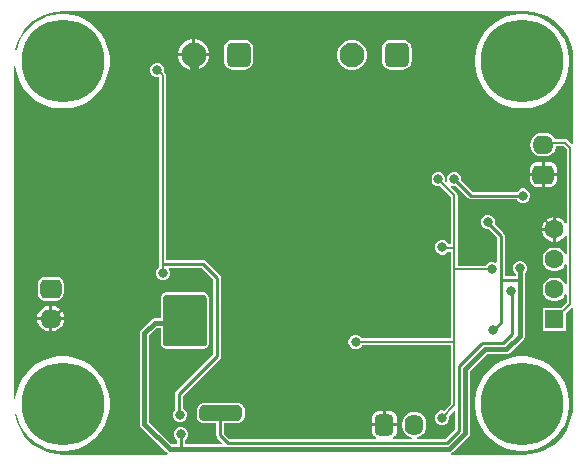
<source format=gbl>
G04*
G04 #@! TF.GenerationSoftware,Altium Limited,Altium Designer,21.3.2 (30)*
G04*
G04 Layer_Physical_Order=2*
G04 Layer_Color=16711680*
%FSTAX25Y25*%
%MOIN*%
G70*
G04*
G04 #@! TF.SameCoordinates,A5ECCF02-3B51-4883-8FBB-CF9BCB37C224*
G04*
G04*
G04 #@! TF.FilePolarity,Positive*
G04*
G01*
G75*
%ADD13C,0.01000*%
%ADD15C,0.00800*%
%ADD62C,0.01500*%
%ADD63C,0.03000*%
G04:AMPARAMS|DCode=64|XSize=82.68mil|YSize=82.68mil|CornerRadius=20.67mil|HoleSize=0mil|Usage=FLASHONLY|Rotation=180.000|XOffset=0mil|YOffset=0mil|HoleType=Round|Shape=RoundedRectangle|*
%AMROUNDEDRECTD64*
21,1,0.08268,0.04134,0,0,180.0*
21,1,0.04134,0.08268,0,0,180.0*
1,1,0.04134,-0.02067,0.02067*
1,1,0.04134,0.02067,0.02067*
1,1,0.04134,0.02067,-0.02067*
1,1,0.04134,-0.02067,-0.02067*
%
%ADD64ROUNDEDRECTD64*%
%ADD65C,0.08268*%
G04:AMPARAMS|DCode=66|XSize=70.87mil|YSize=62.99mil|CornerRadius=15.75mil|HoleSize=0mil|Usage=FLASHONLY|Rotation=0.000|XOffset=0mil|YOffset=0mil|HoleType=Round|Shape=RoundedRectangle|*
%AMROUNDEDRECTD66*
21,1,0.07087,0.03150,0,0,0.0*
21,1,0.03937,0.06299,0,0,0.0*
1,1,0.03150,0.01968,-0.01575*
1,1,0.03150,-0.01968,-0.01575*
1,1,0.03150,-0.01968,0.01575*
1,1,0.03150,0.01968,0.01575*
%
%ADD66ROUNDEDRECTD66*%
%ADD67O,0.07087X0.06299*%
%ADD69C,0.06299*%
%ADD70R,0.06299X0.06299*%
%ADD71O,0.06299X0.07087*%
G04:AMPARAMS|DCode=72|XSize=70.87mil|YSize=62.99mil|CornerRadius=15.75mil|HoleSize=0mil|Usage=FLASHONLY|Rotation=90.000|XOffset=0mil|YOffset=0mil|HoleType=Round|Shape=RoundedRectangle|*
%AMROUNDEDRECTD72*
21,1,0.07087,0.03150,0,0,90.0*
21,1,0.03937,0.06299,0,0,90.0*
1,1,0.03150,0.01575,0.01968*
1,1,0.03150,0.01575,-0.01968*
1,1,0.03150,-0.01575,-0.01968*
1,1,0.03150,-0.01575,0.01968*
%
%ADD72ROUNDEDRECTD72*%
%ADD73C,0.03150*%
%ADD74C,0.02598*%
%ADD75C,0.27559*%
G36*
X0383937Y0418765D02*
X0386383Y0418177D01*
X0388708Y0417214D01*
X0390853Y04159D01*
X0392766Y0414266D01*
X03944Y0412353D01*
X0395714Y0410208D01*
X0396677Y0407883D01*
X0397265Y0405437D01*
X0397456Y0403D01*
X0397442Y0402929D01*
Y0374877D01*
X0396942Y037467D01*
X0395656Y0375956D01*
X0395263Y0376219D01*
X03948Y0376311D01*
X03948Y0376311D01*
X0391405D01*
X0391333Y0376485D01*
X0390702Y0377308D01*
X0389879Y0377939D01*
X0388921Y0378336D01*
X0387894Y0378471D01*
X0387106D01*
X0386079Y0378336D01*
X0385121Y0377939D01*
X0384298Y0377308D01*
X0383667Y0376485D01*
X0383271Y0375528D01*
X0383135Y03745D01*
X0383271Y0373472D01*
X0383667Y0372515D01*
X0384298Y0371692D01*
X0385121Y0371061D01*
X0386079Y0370664D01*
X0387106Y0370529D01*
X0387894D01*
X0388921Y0370664D01*
X0389879Y0371061D01*
X0390702Y0371692D01*
X0391333Y0372515D01*
X0391729Y0373472D01*
X0391784Y0373889D01*
X0394299D01*
X0395289Y0372899D01*
Y0348416D01*
X0394789Y0348282D01*
X039452Y0348748D01*
X0393748Y034952D01*
X0392802Y0350067D01*
X0391746Y035035D01*
X03917D01*
Y03462D01*
Y034205D01*
X0391746D01*
X0392802Y0342333D01*
X0393748Y034288D01*
X039452Y0343652D01*
X0394789Y0344118D01*
X0395289Y0343984D01*
Y0337991D01*
X0394789Y0337857D01*
X039435Y0338617D01*
X0393617Y033935D01*
X039272Y0339869D01*
X0391718Y0340137D01*
X0390682D01*
X038968Y0339869D01*
X0388783Y033935D01*
X038805Y0338617D01*
X0387531Y033772D01*
X0387263Y0336718D01*
Y0335682D01*
X0387531Y033468D01*
X038805Y0333783D01*
X0388783Y033305D01*
X038968Y0332531D01*
X0390682Y0332263D01*
X0391718D01*
X039272Y0332531D01*
X0393617Y033305D01*
X039435Y0333783D01*
X0394789Y0334543D01*
X0395289Y0334409D01*
Y0327991D01*
X0394789Y0327857D01*
X039435Y0328617D01*
X0393617Y032935D01*
X039272Y0329869D01*
X0391718Y0330137D01*
X0390682D01*
X038968Y0329869D01*
X0388783Y032935D01*
X038805Y0328617D01*
X0387531Y032772D01*
X0387263Y0326718D01*
Y0325682D01*
X0387531Y032468D01*
X038805Y0323783D01*
X0388783Y032305D01*
X038968Y0322531D01*
X0390682Y0322263D01*
X0391718D01*
X039272Y0322531D01*
X0393617Y032305D01*
X039435Y0323783D01*
X0394789Y0324543D01*
X0395289Y0324409D01*
Y0322002D01*
X0393425Y0320137D01*
X0387263D01*
Y0312263D01*
X0395137D01*
Y0318425D01*
X0396942Y032023D01*
X0397442Y0320023D01*
Y0287566D01*
X0397446Y0287545D01*
X0397307Y0285411D01*
X0396885Y0283292D01*
X0396191Y0281247D01*
X0395235Y0279309D01*
X0394035Y0277513D01*
X0392611Y0275889D01*
X0390987Y0274465D01*
X0389191Y0273265D01*
X0387253Y0272309D01*
X0385208Y0271615D01*
X0383089Y0271193D01*
X0380955Y0271054D01*
X0380934Y0271058D01*
X0356893D01*
X0356814Y0271552D01*
X0357323Y0271892D01*
X0362609Y0277178D01*
X0362948Y0277686D01*
X0363068Y0278286D01*
Y0299051D01*
X0368649Y0304632D01*
X03752D01*
X03758Y0304752D01*
X0376308Y0305092D01*
X0380921Y0309704D01*
X038126Y0310212D01*
X038138Y0310812D01*
Y0329462D01*
Y0331639D01*
X0381703Y0331962D01*
X0382062Y033283D01*
Y033377D01*
X0381703Y0334638D01*
X0381038Y0335303D01*
X038017Y0335662D01*
X037923D01*
X0378362Y0335303D01*
X0377697Y0334638D01*
X0377338Y033377D01*
Y033283D01*
X0377697Y0331962D01*
X0378245Y0331415D01*
Y0330775D01*
X0374613D01*
Y0344176D01*
X0374513Y0344678D01*
X0374228Y0345104D01*
X0371257Y0348076D01*
X0371362Y034833D01*
Y034927D01*
X0371003Y0350138D01*
X0370338Y0350803D01*
X036947Y0351162D01*
X036853D01*
X0367662Y0350803D01*
X0366997Y0350138D01*
X0366638Y034927D01*
Y034833D01*
X0366997Y0347462D01*
X0367662Y0346797D01*
X036853Y0346438D01*
X0369182D01*
X0371987Y0343632D01*
Y0335207D01*
X0371487Y0334965D01*
X037077Y0335262D01*
X036983D01*
X0368962Y0334903D01*
X0368297Y0334238D01*
X0368245Y0334111D01*
X0358986D01*
Y034D01*
Y0357625D01*
X0358986Y0357625D01*
X0358894Y0358088D01*
X0358631Y0358481D01*
X0358631Y0358481D01*
X0356622Y036049D01*
X0356906Y0360914D01*
X035733Y0360738D01*
X035827D01*
X0358295Y0360748D01*
X0362472Y0356572D01*
X0362898Y0356287D01*
X03634Y0356187D01*
X0378787D01*
X0378797Y0356162D01*
X0379462Y0355497D01*
X038033Y0355138D01*
X038127D01*
X0382138Y0355497D01*
X0382803Y0356162D01*
X0383162Y035703D01*
Y035797D01*
X0382803Y0358838D01*
X0382138Y0359503D01*
X038127Y0359862D01*
X038033D01*
X0379462Y0359503D01*
X0378797Y0358838D01*
X0378787Y0358813D01*
X0363944D01*
X0360152Y0362605D01*
X0360162Y036263D01*
Y036357D01*
X0359803Y0364438D01*
X0359138Y0365103D01*
X035827Y0365462D01*
X035733D01*
X0356462Y0365103D01*
X0355797Y0364438D01*
X0355438Y036357D01*
Y036263D01*
X0355614Y0362206D01*
X035519Y0361922D01*
X0354809Y0362303D01*
X0354862Y036243D01*
Y036337D01*
X0354503Y0364238D01*
X0353838Y0364903D01*
X035297Y0365262D01*
X035203D01*
X0351162Y0364903D01*
X0350497Y0364238D01*
X0350138Y036337D01*
Y036243D01*
X0350497Y0361562D01*
X0351162Y0360897D01*
X035203Y0360538D01*
X035297D01*
X0353097Y0360591D01*
X0356565Y0357123D01*
Y0341211D01*
X0355938D01*
X0355803Y0341538D01*
X0355138Y0342203D01*
X035427Y0342562D01*
X035333D01*
X0352462Y0342203D01*
X0351797Y0341538D01*
X0351438Y034067D01*
Y033973D01*
X0351797Y0338862D01*
X0352462Y0338197D01*
X035333Y0337838D01*
X035427D01*
X0355138Y0338197D01*
X035573Y0338789D01*
X0356565D01*
Y03329D01*
Y0310011D01*
X0326955D01*
X0326903Y0310138D01*
X0326238Y0310803D01*
X032537Y0311162D01*
X032443D01*
X0323562Y0310803D01*
X0322897Y0310138D01*
X0322538Y030927D01*
Y030833D01*
X0322897Y0307462D01*
X0323562Y0306797D01*
X032443Y0306438D01*
X032537D01*
X0326238Y0306797D01*
X0326903Y0307462D01*
X0326955Y0307589D01*
X0356565D01*
Y0288077D01*
X0354297Y0285809D01*
X035417Y0285862D01*
X035323D01*
X0352362Y0285503D01*
X0351697Y0284838D01*
X0351338Y028397D01*
Y028303D01*
X0351697Y0282162D01*
X0352362Y0281497D01*
X035323Y0281138D01*
X035417D01*
X0355038Y0281497D01*
X0355703Y0282162D01*
X0356062Y028303D01*
Y028397D01*
X0356009Y0284097D01*
X0357688Y0285776D01*
X035815Y0285585D01*
Y0279674D01*
X0354827Y027635D01*
X0345404D01*
X0345371Y027685D01*
X0345528Y0276871D01*
X0346485Y0277267D01*
X0347308Y0277898D01*
X0347939Y0278721D01*
X0348336Y0279679D01*
X0348471Y0280706D01*
Y0281494D01*
X0348336Y0282522D01*
X0347939Y0283479D01*
X0347308Y0284302D01*
X0346485Y0284933D01*
X0345528Y0285329D01*
X03445Y0285465D01*
X0343472Y0285329D01*
X0342514Y0284933D01*
X0341692Y0284302D01*
X0341061Y0283479D01*
X0340664Y0282522D01*
X0340529Y0281494D01*
Y0280706D01*
X0340664Y0279679D01*
X0341061Y0278721D01*
X0341692Y0277898D01*
X0342514Y0277267D01*
X0343472Y0276871D01*
X0343629Y027685D01*
X0343596Y027635D01*
X0337395D01*
X0337295Y027685D01*
X0337373Y0276882D01*
X0337911Y0277295D01*
X0338324Y0277833D01*
X0338583Y0278459D01*
X0338672Y0279132D01*
Y02806D01*
X03345D01*
X0330328D01*
Y0279132D01*
X0330417Y0278459D01*
X0330676Y0277833D01*
X0331089Y0277295D01*
X0331627Y0276882D01*
X0331705Y027685D01*
X0331605Y027635D01*
X0282844D01*
X0281113Y0278081D01*
Y0281597D01*
X0285598D01*
X0285905Y0281658D01*
X028664Y0281963D01*
X0286901Y0282137D01*
X0287463Y0282699D01*
X0287637Y028296D01*
X0287637Y028296D01*
X0287942Y0283695D01*
X0287942Y0283695D01*
X0288003Y0284002D01*
Y0286078D01*
X0287942Y0286385D01*
X0287652Y0287084D01*
X0287478Y0287344D01*
X0286944Y0287878D01*
X0286684Y0288053D01*
X0285985Y0288342D01*
X0285678Y0288403D01*
X0274222D01*
X0273915Y0288342D01*
X0273217Y0288053D01*
X0272956Y0287878D01*
X0272422Y0287344D01*
X0272248Y0287084D01*
X0271958Y0286385D01*
X0271897Y0286078D01*
Y0283762D01*
X0271958Y0283455D01*
X0272217Y028283D01*
X0272391Y0282569D01*
X0272391Y0282569D01*
X0272869Y0282091D01*
X027313Y0281917D01*
X0273755Y0281658D01*
X0274062Y0281597D01*
X0278487D01*
Y0277537D01*
X0278587Y0277035D01*
X0278872Y0276609D01*
X0280452Y0275029D01*
X028026Y0274568D01*
X0268137D01*
Y0276096D01*
X0268603Y0276562D01*
X0268962Y027743D01*
Y027837D01*
X0268603Y0279238D01*
X0267938Y0279903D01*
X026707Y0280262D01*
X026613D01*
X0265262Y0279903D01*
X0264597Y0279238D01*
X0264238Y027837D01*
Y027743D01*
X0264597Y0276562D01*
X0265262Y0275897D01*
X0265512Y0275794D01*
Y0274568D01*
X0263549D01*
X0256067Y0282049D01*
Y0310951D01*
X0258549Y0313433D01*
X0259997D01*
Y0308181D01*
X0260058Y0307874D01*
X0260226Y030747D01*
X02604Y0307209D01*
X0260709Y03069D01*
X026097Y0306726D01*
X0261374Y0306558D01*
X0261681Y0306497D01*
X0274419D01*
X0274726Y0306558D01*
X027513Y0306726D01*
X0275391Y03069D01*
X02757Y0307209D01*
X0275874Y030747D01*
X0275874Y030747D01*
X0276042Y0307874D01*
X0276042Y0307874D01*
X0276103Y0308181D01*
Y0323218D01*
X0276042Y0323526D01*
X0275798Y0324113D01*
X0275624Y0324374D01*
X0275624Y0324374D01*
X0275174Y0324824D01*
X0274914Y0324998D01*
X0274325Y0325242D01*
X0274018Y0325303D01*
X0261841D01*
X0261534Y0325242D01*
X0261056Y0325044D01*
X0260796Y032487D01*
X026043Y0324504D01*
X0260256Y0324244D01*
X0260058Y0323766D01*
X0259997Y0323459D01*
Y0316567D01*
X02579D01*
X02573Y0316448D01*
X0256792Y0316108D01*
X0253392Y0312708D01*
X0253052Y03122D01*
X0252933Y03116D01*
Y02814D01*
X0253052Y02808D01*
X0253392Y0280292D01*
X0261792Y0271892D01*
X02623Y0271552D01*
X0262221Y0271058D01*
X022758D01*
X0227558Y0271053D01*
X0225423Y0271193D01*
X0223302Y0271615D01*
X0221255Y027231D01*
X0219316Y0273266D01*
X0217518Y0274467D01*
X0215893Y0275893D01*
X0214468Y0277518D01*
X0213266Y0279316D01*
X021231Y0281255D01*
X0211615Y0283302D01*
X0211323Y0284772D01*
X021181Y0284885D01*
X0212306Y0283035D01*
X0213096Y0281128D01*
X0214128Y027934D01*
X0215385Y0277703D01*
X0216844Y0276243D01*
X0218482Y0274986D01*
X022027Y0273954D01*
X0222177Y0273164D01*
X0224171Y027263D01*
X0226218Y027236D01*
X022725D01*
X0228282Y027236D01*
X0230329Y027263D01*
X0232323Y0273164D01*
X023423Y0273954D01*
X0236018Y0274986D01*
X0237656Y0276243D01*
X0239115Y0277702D01*
X0240372Y027934D01*
X0241404Y0281128D01*
X0242194Y0283035D01*
X0242728Y0285029D01*
X0242998Y0287076D01*
X0242998Y0288108D01*
X0242998Y0288108D01*
X0242998Y0288108D01*
X0242998Y028914D01*
X0242728Y0291187D01*
X0242194Y0293181D01*
X0241404Y0295088D01*
X0240372Y0296876D01*
X0239115Y0298514D01*
X0237656Y0299974D01*
X0236018Y030123D01*
X023423Y0302262D01*
X0232323Y0303052D01*
X0230329Y0303587D01*
X0228282Y0303856D01*
X022725Y0303856D01*
X022725Y0303856D01*
X0226218Y0303856D01*
X0224171Y0303587D01*
X0222177Y0303052D01*
X022027Y0302262D01*
X0218482Y030123D01*
X0216844Y0299974D01*
X0215385Y0298514D01*
X0214128Y0296876D01*
X0213096Y0295088D01*
X0212306Y0293181D01*
X0211771Y0291187D01*
X0211558Y0289563D01*
X0211058Y0289596D01*
Y0400786D01*
X0211558Y0400819D01*
X0211771Y0399195D01*
X0212306Y0397201D01*
X0213096Y0395293D01*
X0214128Y0393506D01*
X0215385Y0391868D01*
X0216844Y0390408D01*
X0218482Y0389152D01*
X022027Y0388119D01*
X0222177Y0387329D01*
X0224171Y0386795D01*
X0226218Y0386526D01*
X022725D01*
X0228282Y0386526D01*
X0230329Y0386795D01*
X0232323Y0387329D01*
X023423Y0388119D01*
X0236018Y0389151D01*
X0237656Y0390408D01*
X0239115Y0391868D01*
X0240372Y0393506D01*
X0241404Y0395293D01*
X0242194Y0397201D01*
X0242728Y0399195D01*
X0242998Y0401241D01*
X0242998Y0402274D01*
X0242998Y0402274D01*
X0242998Y0402274D01*
X0242998Y0403306D01*
X0242728Y0405352D01*
X0242194Y0407346D01*
X0241404Y0409254D01*
X0240372Y0411041D01*
X0239115Y0412679D01*
X0237656Y0414139D01*
X0236018Y0415396D01*
X023423Y0416428D01*
X0232323Y0417218D01*
X0230329Y0417752D01*
X0228282Y0418021D01*
X022725Y0418021D01*
X022725Y0418021D01*
X0226218Y0418021D01*
X0224171Y0417752D01*
X0222177Y0417218D01*
X022027Y0416428D01*
X0218482Y0415395D01*
X0216844Y0414139D01*
X0215385Y0412679D01*
X0214128Y0411041D01*
X0213096Y0409254D01*
X0212306Y0407346D01*
X021191Y0405869D01*
X0211423Y0405983D01*
X0211606Y0406905D01*
X0212289Y0408918D01*
X0213229Y0410824D01*
X021441Y0412591D01*
X0215811Y0414189D01*
X0217409Y041559D01*
X0219176Y0416771D01*
X0221082Y0417711D01*
X0223095Y0418394D01*
X0225179Y0418808D01*
X0227281Y0418946D01*
X02273Y0418942D01*
X0381429D01*
X03815Y0418956D01*
X0383937Y0418765D01*
D02*
G37*
G36*
X0274606Y0324256D02*
X0275056Y0323806D01*
X02753Y0323218D01*
Y03229D01*
Y03084D01*
Y0308181D01*
X0275132Y0307777D01*
X0274823Y0307468D01*
X0274419Y03073D01*
X0261681D01*
X0261277Y0307468D01*
X0260967Y0307777D01*
X02608Y0308181D01*
Y03084D01*
Y03232D01*
Y0323459D01*
X0260998Y0323936D01*
X0261364Y0324302D01*
X0261841Y03245D01*
X0274018D01*
X0274606Y0324256D01*
D02*
G37*
G36*
X0286376Y0287311D02*
X0286911Y0286776D01*
X02872Y0286078D01*
Y02857D01*
Y02844D01*
Y0284002D01*
X0286895Y0283267D01*
X0286333Y0282704D01*
X0285598Y02824D01*
X0274062D01*
X0273437Y0282659D01*
X0272959Y0283137D01*
X02727Y0283762D01*
Y02841D01*
Y02857D01*
Y0286078D01*
X0272989Y0286776D01*
X0273524Y0287311D01*
X0274222Y02876D01*
X0285678D01*
X0286376Y0287311D01*
D02*
G37*
%LPC*%
G36*
X0381447Y0418021D02*
X0380415Y0418021D01*
X0380415Y0418021D01*
X0379383Y0418021D01*
X0377336Y0417752D01*
X0375342Y0417218D01*
X0373435Y0416428D01*
X0371647Y0415395D01*
X037001Y0414139D01*
X036855Y0412679D01*
X0367293Y0411041D01*
X0366261Y0409254D01*
X0365471Y0407346D01*
X0364937Y0405352D01*
X0364667Y0403306D01*
X0364667Y0402274D01*
X0364667Y0402274D01*
X0364667Y0401241D01*
X0364937Y0399195D01*
X0365471Y0397201D01*
X0366261Y0395293D01*
X0367293Y0393506D01*
X036855Y0391868D01*
X037001Y0390408D01*
X0371648Y0389152D01*
X0373435Y0388119D01*
X0375342Y0387329D01*
X0377337Y0386795D01*
X0379383Y0386526D01*
X0380416D01*
X0381448Y0386526D01*
X0383494Y0386795D01*
X0385488Y0387329D01*
X0387396Y0388119D01*
X0389183Y0389151D01*
X0390821Y0390408D01*
X0392281Y0391868D01*
X0393537Y0393506D01*
X039457Y0395293D01*
X039536Y0397201D01*
X0395894Y0399195D01*
X0396163Y0401241D01*
X0396163Y0402274D01*
X0396163Y0402274D01*
X0396163Y0402274D01*
X0396163Y0403306D01*
X0395894Y0405352D01*
X0395359Y0407346D01*
X0394569Y0409254D01*
X0393537Y0411041D01*
X0392281Y0412679D01*
X0390821Y0414139D01*
X0389183Y0415396D01*
X0387395Y0416428D01*
X0385488Y0417218D01*
X0383494Y0417752D01*
X0381447Y0418021D01*
D02*
G37*
G36*
X0271576Y0409548D02*
X02714D01*
Y0404914D01*
X0276034D01*
Y040509D01*
X0275684Y0406396D01*
X0275008Y0407566D01*
X0274052Y0408522D01*
X0272881Y0409198D01*
X0271576Y0409548D01*
D02*
G37*
G36*
X02704D02*
X0270224D01*
X0268918Y0409198D01*
X0267747Y0408522D01*
X0266792Y0407566D01*
X0266116Y0406396D01*
X0265766Y040509D01*
Y0404914D01*
X02704D01*
Y0409548D01*
D02*
G37*
G36*
X0324348Y0409336D02*
X0323052D01*
X03218Y0409D01*
X0320678Y0408352D01*
X0319762Y0407436D01*
X0319114Y0406314D01*
X0318778Y0405062D01*
Y0403766D01*
X0319114Y0402515D01*
X0319762Y0401393D01*
X0320678Y0400476D01*
X03218Y0399828D01*
X0323052Y0399493D01*
X0324348D01*
X0325599Y0399828D01*
X0326722Y0400476D01*
X0327638Y0401393D01*
X0328286Y0402515D01*
X0328621Y0403766D01*
Y0405062D01*
X0328286Y0406314D01*
X0327638Y0407436D01*
X0326722Y0408352D01*
X0325599Y0409D01*
X0324348Y0409336D01*
D02*
G37*
G36*
X0340767Y040936D02*
X0336633D01*
X0335888Y0409262D01*
X0335193Y0408974D01*
X0334597Y0408517D01*
X033414Y0407921D01*
X0333852Y0407226D01*
X0333754Y0406481D01*
Y0402347D01*
X0333852Y0401602D01*
X033414Y0400908D01*
X0334597Y0400312D01*
X0335193Y0399854D01*
X0335888Y0399566D01*
X0336633Y0399468D01*
X0340767D01*
X0341512Y0399566D01*
X0342206Y0399854D01*
X0342802Y0400312D01*
X034326Y0400908D01*
X0343548Y0401602D01*
X0343646Y0402347D01*
Y0406481D01*
X0343548Y0407226D01*
X034326Y0407921D01*
X0342802Y0408517D01*
X0342206Y0408974D01*
X0341512Y0409262D01*
X0340767Y040936D01*
D02*
G37*
G36*
X0287967D02*
X0283833D01*
X0283088Y0409262D01*
X0282393Y0408974D01*
X0281797Y0408517D01*
X028134Y0407921D01*
X0281052Y0407226D01*
X0280954Y0406481D01*
Y0402347D01*
X0281052Y0401602D01*
X028134Y0400908D01*
X0281797Y0400312D01*
X0282393Y0399854D01*
X0283088Y0399566D01*
X0283833Y0399468D01*
X0287967D01*
X0288712Y0399566D01*
X0289406Y0399854D01*
X0290002Y0400312D01*
X029046Y0400908D01*
X0290748Y0401602D01*
X0290846Y0402347D01*
Y0406481D01*
X0290748Y0407226D01*
X029046Y0407921D01*
X0290002Y0408517D01*
X0289406Y0408974D01*
X0288712Y0409262D01*
X0287967Y040936D01*
D02*
G37*
G36*
X0276034Y0403914D02*
X02714D01*
Y039928D01*
X0271576D01*
X0272881Y039963D01*
X0274052Y0400306D01*
X0275008Y0401262D01*
X0275684Y0402433D01*
X0276034Y0403738D01*
Y0403914D01*
D02*
G37*
G36*
X02704D02*
X0265766D01*
Y0403738D01*
X0266116Y0402433D01*
X0266792Y0401262D01*
X0267747Y0400306D01*
X0268918Y039963D01*
X0270224Y039928D01*
X02704D01*
Y0403914D01*
D02*
G37*
G36*
X0389469Y0368672D02*
X0388D01*
Y0365D01*
X0392066D01*
Y0366075D01*
X0391977Y0366747D01*
X0391718Y0367373D01*
X0391305Y0367911D01*
X0390767Y0368324D01*
X0390141Y0368583D01*
X0389469Y0368672D01*
D02*
G37*
G36*
X0387D02*
X0385531D01*
X0384859Y0368583D01*
X0384233Y0368324D01*
X0383695Y0367911D01*
X0383282Y0367373D01*
X0383023Y0366747D01*
X0382934Y0366075D01*
Y0365D01*
X0387D01*
Y0368672D01*
D02*
G37*
G36*
X0392066Y0364D02*
X0388D01*
Y0360328D01*
X0389469D01*
X0390141Y0360417D01*
X0390767Y0360676D01*
X0391305Y0361089D01*
X0391718Y0361627D01*
X0391977Y0362253D01*
X0392066Y0362925D01*
Y0364D01*
D02*
G37*
G36*
X0387D02*
X0382934D01*
Y0362925D01*
X0383023Y0362253D01*
X0383282Y0361627D01*
X0383695Y0361089D01*
X0384233Y0360676D01*
X0384859Y0360417D01*
X0385531Y0360328D01*
X0387D01*
Y0364D01*
D02*
G37*
G36*
X03907Y035035D02*
X0390654D01*
X0389598Y0350067D01*
X0388652Y034952D01*
X0387879Y0348748D01*
X0387333Y0347802D01*
X038705Y0346746D01*
Y03467D01*
X03907D01*
Y035035D01*
D02*
G37*
G36*
Y03457D02*
X038705D01*
Y0345654D01*
X0387333Y0344598D01*
X0387879Y0343652D01*
X0388652Y034288D01*
X0389598Y0342333D01*
X0390654Y034205D01*
X03907D01*
Y03457D01*
D02*
G37*
G36*
X0225269Y0330483D02*
X0221332D01*
X022041Y03303D01*
X0219629Y0329778D01*
X0219106Y0328996D01*
X0218923Y0328075D01*
Y0324925D01*
X0219106Y0324004D01*
X0219629Y0323222D01*
X022041Y03227D01*
X0221332Y0322517D01*
X0225269D01*
X022619Y03227D01*
X0226972Y0323222D01*
X0227494Y0324004D01*
X0227677Y0324925D01*
Y0328075D01*
X0227494Y0328996D01*
X0226972Y0329778D01*
X022619Y03303D01*
X0225269Y0330483D01*
D02*
G37*
G36*
X02238Y0320671D02*
Y0317D01*
X0227813D01*
X0227736Y0317583D01*
X0227318Y0318593D01*
X0226653Y031946D01*
X0225786Y0320125D01*
X0224777Y0320543D01*
X02238Y0320671D01*
D02*
G37*
G36*
X02228D02*
X0221823Y0320543D01*
X0220814Y0320125D01*
X0219947Y031946D01*
X0219282Y0318593D01*
X0218864Y0317583D01*
X0218787Y0317D01*
X02228D01*
Y0320671D01*
D02*
G37*
G36*
X0227813Y0316D02*
X02238D01*
Y0312329D01*
X0224777Y0312457D01*
X0225786Y0312875D01*
X0226653Y0313541D01*
X0227318Y0314407D01*
X0227736Y0315417D01*
X0227813Y0316D01*
D02*
G37*
G36*
X02228D02*
X0218787D01*
X0218864Y0315417D01*
X0219282Y0314407D01*
X0219947Y0313541D01*
X0220814Y0312875D01*
X0221823Y0312457D01*
X02228Y0312329D01*
Y0316D01*
D02*
G37*
G36*
X0381447Y0303856D02*
X0380415Y0303856D01*
X0380415Y0303856D01*
X0379383Y0303856D01*
X0377336Y0303587D01*
X0375342Y0303052D01*
X0373435Y0302262D01*
X0371647Y030123D01*
X037001Y0299974D01*
X036855Y0298514D01*
X0367293Y0296876D01*
X0366261Y0295088D01*
X0365471Y0293181D01*
X0364937Y0291187D01*
X0364667Y0289141D01*
X0364667Y0288108D01*
X0364667Y0288108D01*
X0364667Y0287076D01*
X0364937Y0285029D01*
X0365471Y0283035D01*
X0366261Y0281128D01*
X0367293Y027934D01*
X036855Y0277703D01*
X037001Y0276243D01*
X0371648Y0274986D01*
X0373435Y0273954D01*
X0375342Y0273164D01*
X0377337Y027263D01*
X0379383Y027236D01*
X0380416D01*
X0381448Y027236D01*
X0383494Y027263D01*
X0385488Y0273164D01*
X0387396Y0273954D01*
X0389183Y0274986D01*
X0390821Y0276243D01*
X0392281Y0277702D01*
X0393537Y027934D01*
X039457Y0281128D01*
X039536Y0283035D01*
X0395894Y0285029D01*
X0396163Y0287076D01*
X0396163Y0288108D01*
X0396163Y0288108D01*
X0396163Y0288108D01*
X0396163Y028914D01*
X0395894Y0291187D01*
X0395359Y0293181D01*
X0394569Y0295088D01*
X0393537Y0296876D01*
X0392281Y0298514D01*
X0390821Y0299974D01*
X0389183Y030123D01*
X0387395Y0302262D01*
X0385488Y0303052D01*
X0383494Y0303587D01*
X0381447Y0303856D01*
D02*
G37*
G36*
X025927Y0401762D02*
X025833D01*
X0257462Y0401403D01*
X0256797Y0400738D01*
X0256438Y039987D01*
Y039893D01*
X0256797Y0398062D01*
X0257462Y0397397D01*
X025833Y0397038D01*
X025927D01*
X0259389Y0396958D01*
Y0335505D01*
X0259387Y0335502D01*
X0259287Y0335D01*
X0259387Y0334498D01*
X0259389Y0334495D01*
Y0333655D01*
X0259262Y0333603D01*
X0258597Y0332938D01*
X0258238Y033207D01*
Y033113D01*
X0258597Y0330262D01*
X0259262Y0329597D01*
X026013Y0329238D01*
X026107D01*
X0261938Y0329597D01*
X0262603Y0330262D01*
X0262962Y033113D01*
Y033207D01*
X0262603Y0332938D01*
X0262515Y0333025D01*
X0262707Y0333487D01*
X0273556D01*
X0277487Y0329556D01*
Y0304544D01*
X0265172Y0292228D01*
X0264887Y0291802D01*
X0264787Y02913D01*
Y0286028D01*
X0264497Y0285738D01*
X0264138Y028487D01*
Y028393D01*
X0264497Y0283062D01*
X0265162Y0282397D01*
X026603Y0282038D01*
X026697D01*
X0267838Y0282397D01*
X0268503Y0283062D01*
X0268862Y028393D01*
Y028487D01*
X0268503Y0285738D01*
X0267838Y0286403D01*
X0267413Y0286579D01*
Y0290756D01*
X0279728Y0303072D01*
X0280013Y0303498D01*
X0280113Y0304D01*
Y03301D01*
X0280013Y0330602D01*
X0279728Y0331028D01*
X0275028Y0335728D01*
X0274602Y0336013D01*
X02741Y0336113D01*
X0261811D01*
Y03976D01*
X0261719Y0398063D01*
X0261456Y0398456D01*
X0261456Y0398456D01*
X0261109Y0398803D01*
X0261162Y039893D01*
Y039987D01*
X0260803Y0400738D01*
X0260138Y0401403D01*
X025927Y0401762D01*
D02*
G37*
G36*
X0336075Y0285665D02*
X0335D01*
Y02816D01*
X0338672D01*
Y0283068D01*
X0338583Y0283741D01*
X0338324Y0284367D01*
X0337911Y0284905D01*
X0337373Y0285318D01*
X0336747Y0285577D01*
X0336075Y0285665D01*
D02*
G37*
G36*
X0334D02*
X0332925D01*
X0332253Y0285577D01*
X0331627Y0285318D01*
X0331089Y0284905D01*
X0330676Y0284367D01*
X0330417Y0283741D01*
X0330328Y0283068D01*
Y02816D01*
X0334D01*
Y0285665D01*
D02*
G37*
%LPD*%
D13*
X02661Y02848D02*
Y02913D01*
Y02848D02*
X02665Y02844D01*
X0266824Y0273D02*
Y0277676D01*
Y0273D02*
X0266824Y0273D01*
X02666Y02779D02*
X0266824Y0277676D01*
X02661Y02913D02*
X02788Y0304D01*
X03019Y03295D02*
X03466D01*
X02993D02*
X03019D01*
X0359463Y027913D02*
Y0300663D01*
X03668Y0308D01*
X035537Y0275037D02*
X0359463Y027913D01*
X03708Y03126D02*
X03733Y03151D01*
X03496Y03433D02*
Y03653D01*
X03675Y03674D02*
X03698Y03651D01*
X03517Y03674D02*
X03675D01*
X03698Y03626D02*
Y03651D01*
X03496Y03653D02*
X03517Y03674D01*
X03578Y03631D02*
X03634Y03575D01*
X0377Y03113D02*
Y03254D01*
X0367156Y0308237D02*
X0373937D01*
X0377Y03113D01*
X03634Y03575D02*
X03808D01*
X03466Y03295D02*
X03496Y03325D01*
Y03433D01*
X0292914Y0283786D02*
X0298Y02787D01*
X0292914Y0283786D02*
Y03142D01*
Y0323114D01*
X02993Y03295D01*
X02857Y03142D02*
X0292914D01*
X0298Y02787D02*
X03186D01*
X02857Y03142D02*
Y03421D01*
Y031D02*
Y03142D01*
X0369Y0348476D02*
X03733Y0344176D01*
Y0329462D02*
Y0344176D01*
X03137Y03433D02*
X03496D01*
X02398Y036305D02*
X024355D01*
X021455D02*
X02398D01*
X02233Y03165D02*
X0223694D01*
X02398Y0332606D01*
Y036305D01*
X02132Y03644D02*
Y03732D01*
Y03644D02*
X021455Y036305D01*
X024355D02*
X02436Y0363D01*
X02608Y03348D02*
X02741D01*
X02606Y0335D02*
X02608Y03348D01*
X02741D02*
X02788Y03301D01*
Y0304D02*
Y03301D01*
X0269Y03451D02*
Y03538D01*
Y03399D02*
Y03451D01*
X02827D02*
X02857Y03421D01*
X0269Y03451D02*
X02827D01*
X02747Y03595D02*
X02889D01*
X0269Y03538D02*
X02747Y03595D01*
X03733Y0329462D02*
X0379812D01*
X03733Y03151D02*
Y0329462D01*
X03767Y03257D02*
X0377Y03254D01*
X03668Y0308D02*
X0366919D01*
X0367156Y0308237D01*
X02823Y0275037D02*
X035537D01*
X02798Y0277537D02*
X02823Y0275037D01*
X02798Y0277537D02*
Y02838D01*
D15*
X03035Y0283D02*
X0314D01*
X02974Y02891D02*
Y03237D01*
Y02891D02*
X03035Y0283D01*
X0301584Y03262D02*
Y0329184D01*
X02999Y03262D02*
X0301584D01*
X02974Y03237D02*
X02999Y03262D01*
X0301584D02*
X03054D01*
X0301584Y0329184D02*
X03019Y03295D01*
X03272Y03017D02*
X03335D01*
X0325Y03039D02*
X03272Y03017D01*
X03335Y02993D02*
Y03017D01*
X03053Y03036D02*
Y03171D01*
X03054Y03262D02*
X0305489Y0326111D01*
X03335Y03017D02*
X03549D01*
X0357775Y0287575D02*
Y03088D01*
X03537Y02835D02*
X0357775Y0287575D01*
X03363Y02964D02*
X03499D01*
X03501Y02962D01*
X03186Y02787D02*
X03363Y02964D01*
X03881Y03751D02*
X03948D01*
X03875Y03745D02*
X03881Y03751D01*
X03948D02*
X03965Y03734D01*
Y03215D02*
Y03734D01*
X03912Y03162D02*
X03965Y03215D01*
X0377938Y03521D02*
X03853D01*
X03912Y03462D01*
X0377938Y03521D02*
Y0352362D01*
X03757Y03546D02*
X0377938Y0352362D01*
X03249Y03088D02*
X0357775D01*
Y03329D01*
X03701Y03546D02*
X03757D01*
X03126Y02963D02*
X03305D01*
X03335Y02993D01*
X03053Y03036D02*
X03126Y02963D01*
X0369Y0348476D02*
Y03488D01*
X0357775Y034D02*
Y0357625D01*
Y03329D02*
Y034D01*
X03538Y03402D02*
X0354Y034D01*
X0357775D01*
Y03329D02*
X03703D01*
X02606Y0335D02*
Y03976D01*
Y03316D02*
Y0335D01*
X02588Y03994D02*
X02606Y03976D01*
X03525Y03629D02*
X0357775Y0357625D01*
D62*
X02629Y0273D02*
X0266824D01*
X0356214D01*
X02545Y03116D02*
X02579Y0315D01*
X0265D01*
X02545Y02814D02*
Y03116D01*
Y02814D02*
X02629Y0273D01*
X0264688Y0309688D02*
X0265Y031D01*
X0356214Y0273D02*
X03615Y0278286D01*
Y02997D01*
X0368Y03062D01*
X03752D02*
X0379812Y0310812D01*
X0368Y03062D02*
X03752D01*
X0379812Y0310812D02*
Y0329462D01*
Y0333188D01*
X03797Y03333D02*
X0379812Y0333188D01*
D63*
X0271Y03764D02*
Y0376441D01*
X02709Y0376541D02*
Y0404414D01*
Y0376541D02*
X0271Y0376441D01*
X02709Y0404414D02*
X02709Y0404414D01*
D64*
X02859Y0404414D02*
D03*
X03387D02*
D03*
D65*
X02709D02*
D03*
X03237D02*
D03*
D66*
X02233Y03265D02*
D03*
X03875Y03645D02*
D03*
D67*
X02233Y03165D02*
D03*
X03875Y03745D02*
D03*
D69*
X03912Y03262D02*
D03*
Y03362D02*
D03*
Y03462D02*
D03*
D70*
Y03162D02*
D03*
D71*
X03445Y02811D02*
D03*
D72*
X03345D02*
D03*
D73*
X02665Y02844D02*
D03*
X02666Y02779D02*
D03*
X03053Y03171D02*
D03*
X0314Y0283D02*
D03*
X0305489Y0326111D02*
D03*
X03549Y03017D02*
D03*
X03501Y02962D02*
D03*
X03708Y03126D02*
D03*
X03578Y03631D02*
D03*
X0377938Y03521D02*
D03*
X03808Y03575D02*
D03*
X03698Y03626D02*
D03*
X0325Y03039D02*
D03*
X03249Y03088D02*
D03*
X03701Y03546D02*
D03*
X0369Y03488D02*
D03*
X03137Y03433D02*
D03*
X03538Y03402D02*
D03*
X03496Y03325D02*
D03*
X02132Y03732D02*
D03*
X02436Y0363D02*
D03*
X0271Y03764D02*
D03*
X02588Y03994D02*
D03*
X02857Y031D02*
D03*
X0269Y03399D02*
D03*
X02889Y03595D02*
D03*
X03703Y03329D02*
D03*
X03525Y03629D02*
D03*
X03537Y02835D02*
D03*
X03767Y03257D02*
D03*
X0285Y0285D02*
D03*
X0275D02*
D03*
X03797Y03333D02*
D03*
X02606Y03316D02*
D03*
X027Y031D02*
D03*
X0265D02*
D03*
Y0315D02*
D03*
Y032D02*
D03*
D74*
X0222919Y0277675D02*
D03*
X0237683Y0283778D02*
D03*
X0231581Y0298541D02*
D03*
X0216817Y0292439D02*
D03*
X0237683D02*
D03*
X0222919Y0298541D02*
D03*
X0216817Y0283778D02*
D03*
X0231581Y0277675D02*
D03*
X0384746D02*
D03*
X0369982Y0283778D02*
D03*
X0376085Y0298541D02*
D03*
X0390848Y0292439D02*
D03*
X0369982D02*
D03*
X0384746Y0298541D02*
D03*
X0390848Y0283778D02*
D03*
X0376085Y0277675D02*
D03*
X0231581Y0391841D02*
D03*
X0216817Y0397943D02*
D03*
X0222919Y0412707D02*
D03*
X0237683Y0406604D02*
D03*
X0216817D02*
D03*
X0231581Y0412707D02*
D03*
X0237683Y0397943D02*
D03*
X0222919Y0391841D02*
D03*
X0376085D02*
D03*
X0390848Y0397943D02*
D03*
X0384746Y0412707D02*
D03*
X0369982Y0406604D02*
D03*
X0390848D02*
D03*
X0376085Y0412707D02*
D03*
X0369982Y0397943D02*
D03*
X0384746Y0391841D02*
D03*
D75*
X022725Y0288108D02*
D03*
X0380415D02*
D03*
X022725Y0402274D02*
D03*
X0380415D02*
D03*
M02*

</source>
